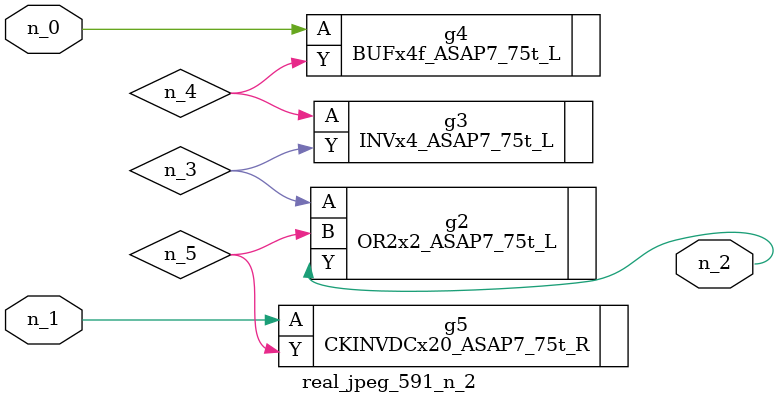
<source format=v>
module real_jpeg_591_n_2 (n_1, n_0, n_2);

input n_1;
input n_0;

output n_2;

wire n_5;
wire n_4;
wire n_3;

BUFx4f_ASAP7_75t_L g4 ( 
.A(n_0),
.Y(n_4)
);

CKINVDCx20_ASAP7_75t_R g5 ( 
.A(n_1),
.Y(n_5)
);

OR2x2_ASAP7_75t_L g2 ( 
.A(n_3),
.B(n_5),
.Y(n_2)
);

INVx4_ASAP7_75t_L g3 ( 
.A(n_4),
.Y(n_3)
);


endmodule
</source>
